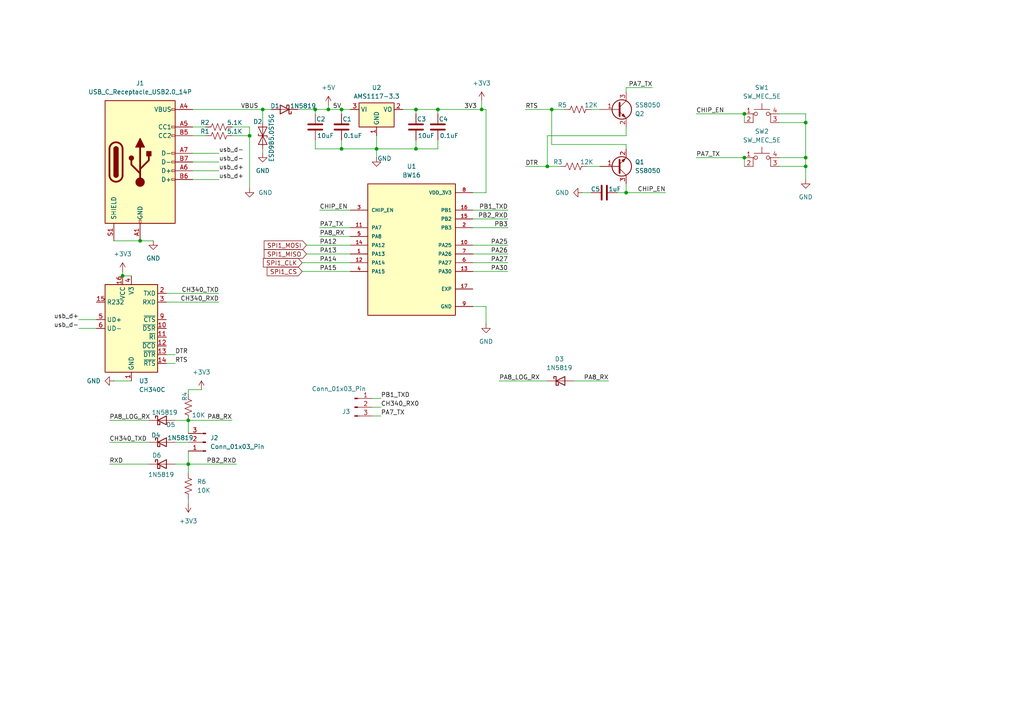
<source format=kicad_sch>
(kicad_sch (version 20231120) (generator "eeschema") (generator_version "8.0")
  (paper "A4")
  (lib_symbols
    (symbol "BW16:BW16" (pin_names (offset 1.016))
      (property "Reference" "U" (at -12.7 18.542 0))
      (property "Value" "BW16" (at -12.7 -22.86 0))
      (symbol "BW16_0_0"
        (rectangle (start -12.7 -20.32) (end 12.7 17.78) (stroke (width 0.254)) (fill (type background)))
        (pin bidirectional line (at -17.78 -2.54 0) (length 5.08) (name "PA13") (number "1"))
        (pin bidirectional line (at 17.78 0 180) (length 5.08) (name "PA25") (number "10"))
        (pin bidirectional line (at -17.78 5.08 0) (length 5.08) (name "PA7") (number "11"))
        (pin bidirectional line (at -17.78 -5.08 0) (length 5.08) (name "PA14") (number "12"))
        (pin bidirectional line (at 17.78 -7.62 180) (length 5.08) (name "PA30") (number "13"))
        (pin bidirectional line (at -17.78 0 0) (length 5.08) (name "PA12") (number "14"))
        (pin bidirectional line (at 17.78 7.62 180) (length 5.08) (name "PB2") (number "15"))
        (pin bidirectional line (at 17.78 10.16 180) (length 5.08) (name "PB1") (number "16"))
        (pin passive line (at 17.78 -12.7 180) (length 5.08) (name "EXP") (number "17"))
        (pin bidirectional line (at 17.78 5.08 180) (length 5.08) (name "PB3") (number "2"))
        (pin input line (at -17.78 10.16 0) (length 5.08) (name "CHIP_EN") (number "3"))
        (pin bidirectional line (at -17.78 -7.62 0) (length 5.08) (name "PA15") (number "4"))
        (pin bidirectional line (at -17.78 2.54 0) (length 5.08) (name "PA8") (number "5"))
        (pin bidirectional line (at 17.78 -5.08 180) (length 5.08) (name "PA27") (number "6"))
        (pin bidirectional line (at 17.78 -2.54 180) (length 5.08) (name "PA26") (number "7"))
        (pin power_in line (at 17.78 15.24 180) (length 5.08) (name "VDD_3V3") (number "8"))
        (pin power_in line (at 17.78 -17.78 180) (length 5.08) (name "GND") (number "9"))
      )
    )
    (symbol "Connector:Conn_01x03_Pin" (pin_names (offset 1.016) hide)
      (property "Reference" "J" (at 0 5.08 0))
      (property "Value" "Conn_01x03_Pin" (at 0 -5.08 0))
      (symbol "Conn_01x03_Pin_1_1"
        (polyline (pts (xy 1.27 -2.54) (xy 0.8636 -2.54)) (stroke (width 0.1524)))
        (polyline (pts (xy 1.27 0) (xy 0.8636 0)) (stroke (width 0.1524)))
        (polyline (pts (xy 1.27 2.54) (xy 0.8636 2.54)) (stroke (width 0.1524)))
        (rectangle (start 0.8636 -2.413) (end 0 -2.667) (stroke (width 0.1524)) (fill (type outline)))
        (rectangle (start 0.8636 0.127) (end 0 -0.127) (stroke (width 0.1524)) (fill (type outline)))
        (rectangle (start 0.8636 2.667) (end 0 2.413) (stroke (width 0.1524)) (fill (type outline)))
        (pin passive line (at 5.08 2.54 180) (length 3.81) (name "Pin_1") (number "1"))
        (pin passive line (at 5.08 0 180) (length 3.81) (name "Pin_2") (number "2"))
        (pin passive line (at 5.08 -2.54 180) (length 3.81) (name "Pin_3") (number "3"))
      )
    )
    (symbol "Connector:USB_C_Receptacle_USB2.0_14P" (pin_names (offset 1.016))
      (property "Reference" "J" (at 0 22.225 0))
      (property "Value" "USB_C_Receptacle_USB2.0_14P" (at 0 19.685 0))
      (symbol "USB_C_Receptacle_USB2.0_14P_0_0"
        (rectangle (start -0.254 -17.78) (end 0.254 -16.764))
        (rectangle (start 10.16 -4.826) (end 9.144 -5.334))
        (rectangle (start 10.16 -2.286) (end 9.144 -2.794))
        (rectangle (start 10.16 0.254) (end 9.144 -0.254))
        (rectangle (start 10.16 2.794) (end 9.144 2.286))
        (rectangle (start 10.16 7.874) (end 9.144 7.366))
        (rectangle (start 10.16 10.414) (end 9.144 9.906))
        (rectangle (start 10.16 15.494) (end 9.144 14.986))
      )
      (symbol "USB_C_Receptacle_USB2.0_14P_0_1"
        (rectangle (start -10.16 17.78) (end 10.16 -17.78) (stroke (width 0.254)) (fill (type background)))
        (arc (start -8.89 -3.81) (mid -6.985 -5.7067) (end -5.08 -3.81) (stroke (width 0.508)))
        (arc (start -7.62 -3.81) (mid -6.985 -4.4423) (end -6.35 -3.81) (stroke (width 0.254)))
        (arc (start -7.62 -3.81) (mid -6.985 -4.4423) (end -6.35 -3.81) (stroke (width 0.254)) (fill (type outline)))
        (rectangle (start -7.62 -3.81) (end -6.35 3.81) (stroke (width 0.254)) (fill (type outline)))
        (arc (start -6.35 3.81) (mid -6.985 4.4423) (end -7.62 3.81) (stroke (width 0.254)))
        (arc (start -6.35 3.81) (mid -6.985 4.4423) (end -7.62 3.81) (stroke (width 0.254)) (fill (type outline)))
        (arc (start -5.08 3.81) (mid -6.985 5.7067) (end -8.89 3.81) (stroke (width 0.508)))
        (circle (center -2.54 1.143) (radius 0.635) (stroke (width 0.254)) (fill (type outline)))
        (circle (center 0 -5.842) (radius 1.27) (fill (type outline)))
        (polyline (pts (xy -8.89 -3.81) (xy -8.89 3.81)) (stroke (width 0.508)))
        (polyline (pts (xy -5.08 3.81) (xy -5.08 -3.81)) (stroke (width 0.508)))
        (polyline (pts (xy 0 -5.842) (xy 0 4.318)) (stroke (width 0.508)))
        (polyline (pts (xy 0 -3.302) (xy -2.54 -0.762) (xy -2.54 0.508)) (stroke (width 0.508)))
        (polyline (pts (xy 0 -2.032) (xy 2.54 0.508) (xy 2.54 1.778)) (stroke (width 0.508)))
        (polyline (pts (xy -1.27 4.318) (xy 0 6.858) (xy 1.27 4.318) (xy -1.27 4.318)) (stroke (width 0.254)) (fill (type outline)))
        (rectangle (start 1.905 1.778) (end 3.175 3.048) (stroke (width 0.254)) (fill (type outline)))
      )
      (symbol "USB_C_Receptacle_USB2.0_14P_1_1"
        (pin passive line (at 0 -22.86 90) (length 5.08) (name "GND") (number "A1"))
        (pin passive line (at 0 -22.86 90) (length 5.08) hide (name "GND") (number "A12"))
        (pin passive line (at 15.24 15.24 180) (length 5.08) (name "VBUS") (number "A4"))
        (pin bidirectional line (at 15.24 10.16 180) (length 5.08) (name "CC1") (number "A5"))
        (pin bidirectional line (at 15.24 -2.54 180) (length 5.08) (name "D+") (number "A6"))
        (pin bidirectional line (at 15.24 2.54 180) (length 5.08) (name "D-") (number "A7"))
        (pin passive line (at 15.24 15.24 180) (length 5.08) hide (name "VBUS") (number "A9"))
        (pin passive line (at 0 -22.86 90) (length 5.08) hide (name "GND") (number "B1"))
        (pin passive line (at 0 -22.86 90) (length 5.08) hide (name "GND") (number "B12"))
        (pin passive line (at 15.24 15.24 180) (length 5.08) hide (name "VBUS") (number "B4"))
        (pin bidirectional line (at 15.24 7.62 180) (length 5.08) (name "CC2") (number "B5"))
        (pin bidirectional line (at 15.24 -5.08 180) (length 5.08) (name "D+") (number "B6"))
        (pin bidirectional line (at 15.24 0 180) (length 5.08) (name "D-") (number "B7"))
        (pin passive line (at 15.24 15.24 180) (length 5.08) hide (name "VBUS") (number "B9"))
        (pin passive line (at -7.62 -22.86 90) (length 5.08) (name "SHIELD") (number "S1"))
      )
    )
    (symbol "Device:C" (pin_numbers hide) (pin_names (offset 0.254))
      (property "Reference" "C" (at 0.635 2.54 0))
      (property "Value" "C" (at 0.635 -2.54 0))
      (symbol "C_0_1"
        (polyline (pts (xy -2.032 -0.762) (xy 2.032 -0.762)) (stroke (width 0.508)))
        (polyline (pts (xy -2.032 0.762) (xy 2.032 0.762)) (stroke (width 0.508)))
      )
      (symbol "C_1_1"
        (pin passive line (at 0 3.81 270) (length 2.794) (name "~") (number "1"))
        (pin passive line (at 0 -3.81 90) (length 2.794) (name "~") (number "2"))
      )
    )
    (symbol "Device:R_US" (pin_numbers hide) (pin_names (offset 0))
      (property "Reference" "R" (at 2.54 0 90))
      (property "Value" "R_US" (at -2.54 0 90))
      (symbol "R_US_0_1"
        (polyline (pts (xy 0 -2.286) (xy 0 -2.54)))
        (polyline (pts (xy 0 2.286) (xy 0 2.54)))
        (polyline (pts (xy 0 -0.762) (xy 1.016 -1.143) (xy 0 -1.524) (xy -1.016 -1.905) (xy 0 -2.286)))
        (polyline (pts (xy 0 0.762) (xy 1.016 0.381) (xy 0 0) (xy -1.016 -0.381) (xy 0 -0.762)))
        (polyline (pts (xy 0 2.286) (xy 1.016 1.905) (xy 0 1.524) (xy -1.016 1.143) (xy 0 0.762)))
      )
      (symbol "R_US_1_1"
        (pin passive line (at 0 3.81 270) (length 1.27) (name "~") (number "1"))
        (pin passive line (at 0 -3.81 90) (length 1.27) (name "~") (number "2"))
      )
    )
    (symbol "Diode:1N5819" (pin_numbers hide) (pin_names (offset 1.016) hide)
      (property "Reference" "D" (at 0 2.54 0))
      (property "Value" "1N5819" (at 0 -2.54 0))
      (symbol "1N5819_0_1"
        (polyline (pts (xy 1.27 0) (xy -1.27 0)))
        (polyline (pts (xy 1.27 1.27) (xy 1.27 -1.27) (xy -1.27 0) (xy 1.27 1.27)) (stroke (width 0.254)))
        (polyline (pts (xy -1.905 0.635) (xy -1.905 1.27) (xy -1.27 1.27) (xy -1.27 -1.27) (xy -0.635 -1.27) (xy -0.635 -0.635)) (stroke (width 0.254)))
      )
      (symbol "1N5819_1_1"
        (pin passive line (at -3.81 0 0) (length 2.54) (name "K") (number "1"))
        (pin passive line (at 3.81 0 180) (length 2.54) (name "A") (number "2"))
      )
    )
    (symbol "Diode:ESD9B5.0ST5G" (pin_numbers hide) (pin_names (offset 1.016) hide)
      (property "Reference" "D" (at 0 2.54 0))
      (property "Value" "ESD9B5.0ST5G" (at 0 -2.54 0))
      (symbol "ESD9B5.0ST5G_0_1"
        (polyline (pts (xy 1.27 0) (xy -1.27 0)))
        (polyline (pts (xy -2.54 -1.27) (xy 0 0) (xy -2.54 1.27) (xy -2.54 -1.27)) (stroke (width 0.2032)))
        (polyline (pts (xy 0.508 1.27) (xy 0 1.27) (xy 0 -1.27) (xy -0.508 -1.27)) (stroke (width 0.2032)))
        (polyline (pts (xy 2.54 1.27) (xy 2.54 -1.27) (xy 0 0) (xy 2.54 1.27)) (stroke (width 0.2032)))
      )
      (symbol "ESD9B5.0ST5G_1_1"
        (pin passive line (at -3.81 0 0) (length 2.54) (name "A1") (number "1"))
        (pin passive line (at 3.81 0 180) (length 2.54) (name "A2") (number "2"))
      )
    )
    (symbol "Interface_USB:CH340C"
      (property "Reference" "U" (at -5.08 13.97 0))
      (property "Value" "CH340C" (at 1.27 13.97 0))
      (symbol "CH340C_0_1"
        (rectangle (start -7.62 12.7) (end 7.62 -12.7) (stroke (width 0.254)) (fill (type background)))
      )
      (symbol "CH340C_1_1"
        (pin power_in line (at 0 -15.24 90) (length 2.54) (name "GND") (number "1"))
        (pin input line (at 10.16 0 180) (length 2.54) (name "~{DSR}") (number "10"))
        (pin input line (at 10.16 -2.54 180) (length 2.54) (name "~{RI}") (number "11"))
        (pin input line (at 10.16 -5.08 180) (length 2.54) (name "~{DCD}") (number "12"))
        (pin output line (at 10.16 -7.62 180) (length 2.54) (name "~{DTR}") (number "13"))
        (pin output line (at 10.16 -10.16 180) (length 2.54) (name "~{RTS}") (number "14"))
        (pin input line (at -10.16 7.62 0) (length 2.54) (name "R232") (number "15"))
        (pin power_in line (at -2.54 15.24 270) (length 2.54) (name "VCC") (number "16"))
        (pin output line (at 10.16 10.16 180) (length 2.54) (name "TXD") (number "2"))
        (pin input line (at 10.16 7.62 180) (length 2.54) (name "RXD") (number "3"))
        (pin power_out line (at 0 15.24 270) (length 2.54) (name "V3") (number "4"))
        (pin bidirectional line (at -10.16 2.54 0) (length 2.54) (name "UD+") (number "5"))
        (pin bidirectional line (at -10.16 0 0) (length 2.54) (name "UD-") (number "6"))
        (pin no_connect line (at -7.62 -5.08 0) (length 2.54) hide (name "NC") (number "7"))
        (pin no_connect line (at -7.62 -7.62 0) (length 2.54) hide (name "NC") (number "8"))
        (pin input line (at 10.16 2.54 180) (length 2.54) (name "~{CTS}") (number "9"))
      )
    )
    (symbol "Regulator_Linear:AMS1117-3.3"
      (property "Reference" "U" (at -3.81 3.175 0))
      (property "Value" "AMS1117-3.3" (at 0 3.175 0))
      (symbol "AMS1117-3.3_0_1"
        (rectangle (start -5.08 -5.08) (end 5.08 1.905) (stroke (width 0.254)) (fill (type background)))
      )
      (symbol "AMS1117-3.3_1_1"
        (pin power_in line (at 0 -7.62 90) (length 2.54) (name "GND") (number "1"))
        (pin power_out line (at 7.62 0 180) (length 2.54) (name "VO") (number "2"))
        (pin power_in line (at -7.62 0 0) (length 2.54) (name "VI") (number "3"))
      )
    )
    (symbol "Switch:SW_MEC_5E" (pin_names (offset 1.016) hide)
      (property "Reference" "SW" (at 0.635 5.715 0))
      (property "Value" "SW_MEC_5E" (at 0 -3.175 0))
      (symbol "SW_MEC_5E_0_1"
        (circle (center -1.778 2.54) (radius 0.508))
        (polyline (pts (xy -2.286 3.81) (xy 2.286 3.81)))
        (polyline (pts (xy 0 3.81) (xy 0 5.588)))
        (polyline (pts (xy -2.54 0) (xy -2.54 2.54) (xy -2.286 2.54)))
        (polyline (pts (xy 2.54 0) (xy 2.54 2.54) (xy 2.286 2.54)))
        (circle (center 1.778 2.54) (radius 0.508))
        (pin passive line (at -5.08 2.54 0) (length 2.54) (name "1") (number "1"))
        (pin passive line (at -5.08 0 0) (length 2.54) (name "2") (number "2"))
        (pin passive line (at 5.08 0 180) (length 2.54) (name "K") (number "3"))
        (pin passive line (at 5.08 2.54 180) (length 2.54) (name "A") (number "4"))
      )
    )
    (symbol "Transistor_BJT:SS8050" (pin_names (offset 0) hide)
      (property "Reference" "Q" (at 5.08 1.905 0))
      (property "Value" "SS8050" (at 5.08 0 0))
      (symbol "SS8050_0_1"
        (polyline (pts (xy 0.635 0.635) (xy 2.54 2.54)))
        (polyline (pts (xy 0.635 -0.635) (xy 2.54 -2.54) (xy 2.54 -2.54)))
        (polyline (pts (xy 0.635 1.905) (xy 0.635 -1.905) (xy 0.635 -1.905)) (stroke (width 0.508)))
        (polyline (pts (xy 1.27 -1.778) (xy 1.778 -1.27) (xy 2.286 -2.286) (xy 1.27 -1.778) (xy 1.27 -1.778)) (fill (type outline)))
        (circle (center 1.27 0) (radius 2.8194) (stroke (width 0.254)))
      )
      (symbol "SS8050_1_1"
        (pin input line (at -5.08 0 0) (length 5.715) (name "B") (number "1"))
        (pin passive line (at 2.54 -5.08 90) (length 2.54) (name "E") (number "2"))
        (pin passive line (at 2.54 5.08 270) (length 2.54) (name "C") (number "3"))
      )
    )
    (symbol "power:+3V3" (power) (pin_numbers hide) (pin_names (offset 0) hide)
      (property "Value" "+3V3" (at 0 3.556 0))
      (symbol "+3V3_0_1"
        (polyline (pts (xy -0.762 1.27) (xy 0 2.54)))
        (polyline (pts (xy 0 0) (xy 0 2.54)))
        (polyline (pts (xy 0 2.54) (xy 0.762 1.27)))
      )
      (symbol "+3V3_1_1"
        (pin power_in line (at 0 0 90) (length 0) (name "~") (number "1"))
      )
    )
    (symbol "power:+5V" (power) (pin_numbers hide) (pin_names (offset 0) hide)
      (property "Value" "+5V" (at 0 3.556 0))
      (symbol "+5V_0_1"
        (polyline (pts (xy -0.762 1.27) (xy 0 2.54)))
        (polyline (pts (xy 0 0) (xy 0 2.54)))
        (polyline (pts (xy 0 2.54) (xy 0.762 1.27)))
      )
      (symbol "+5V_1_1"
        (pin power_in line (at 0 0 90) (length 0) (name "~") (number "1"))
      )
    )
    (symbol "power:GND" (power) (pin_numbers hide) (pin_names (offset 0) hide)
      (property "Value" "GND" (at 0 -3.81 0))
      (symbol "GND_0_1"
        (polyline (pts (xy 0 0) (xy 0 -1.27) (xy 1.27 -1.27) (xy 0 -2.54) (xy -1.27 -1.27) (xy 0 -1.27)))
      )
      (symbol "GND_1_1"
        (pin power_in line (at 0 0 270) (length 0) (name "~") (number "1"))
      )
    )
  )
  (junction (at 120.65 43.18))
  (junction (at 233.68 45.72))
  (junction (at 95.25 31.75))
  (junction (at 99.06 43.18))
  (junction (at 120.65 31.75))
  (junction (at 72.39 39.37))
  (junction (at 181.61 55.88))
  (junction (at 35.56 80.01))
  (junction (at 54.61 134.62))
  (junction (at 139.7 31.75))
  (junction (at 76.2 31.75))
  (junction (at 109.22 43.18))
  (junction (at 91.44 31.75))
  (junction (at 233.68 48.26))
  (junction (at 215.9 33.02))
  (junction (at 54.61 121.92))
  (junction (at 233.68 35.56))
  (junction (at 158.75 48.26))
  (junction (at 40.64 69.85))
  (junction (at 160.02 31.75))
  (junction (at 99.06 31.75))
  (junction (at 215.9 45.72))
  (junction (at 127 31.75))
  (wire (pts (xy 48.26 85.09) (xy 63.5 85.09)))
  (wire (pts (xy 54.61 121.92) (xy 67.31 121.92)))
  (wire (pts (xy 181.61 55.88) (xy 193.04 55.88)))
  (wire (pts (xy 54.61 134.62) (xy 54.61 137.16)))
  (wire (pts (xy 50.8 134.62) (xy 54.61 134.62)))
  (wire (pts (xy 137.16 66.04) (xy 147.32 66.04)))
  (wire (pts (xy 226.06 33.02) (xy 233.68 33.02)))
  (wire (pts (xy 50.8 128.27) (xy 54.61 128.27)))
  (wire (pts (xy 137.16 76.2) (xy 147.32 76.2)))
  (wire (pts (xy 158.75 39.37) (xy 158.75 48.26)))
  (wire (pts (xy 48.26 87.63) (xy 63.5 87.63)))
  (wire (pts (xy 54.61 121.92) (xy 54.61 125.73)))
  (wire (pts (xy 137.16 88.9) (xy 140.97 88.9)))
  (wire (pts (xy 140.97 88.9) (xy 140.97 93.98)))
  (wire (pts (xy 54.61 113.03) (xy 54.61 114.3)))
  (wire (pts (xy 137.16 71.12) (xy 147.32 71.12)))
  (wire (pts (xy 181.61 41.91) (xy 160.02 41.91)))
  (wire (pts (xy 99.06 40.64) (xy 99.06 43.18)))
  (wire (pts (xy 201.93 33.02) (xy 215.9 33.02)))
  (wire (pts (xy 91.44 43.18) (xy 99.06 43.18)))
  (wire (pts (xy 91.44 31.75) (xy 91.44 33.02)))
  (wire (pts (xy 189.23 25.4) (xy 181.61 25.4)))
  (wire (pts (xy 99.06 31.75) (xy 101.6 31.75)))
  (wire (pts (xy 120.65 31.75) (xy 120.65 33.02)))
  (wire (pts (xy 109.22 39.37) (xy 109.22 43.18)))
  (wire (pts (xy 95.25 31.75) (xy 99.06 31.75)))
  (wire (pts (xy 109.22 43.18) (xy 109.22 45.72)))
  (wire (pts (xy 120.65 31.75) (xy 127 31.75)))
  (wire (pts (xy 40.64 69.85) (xy 44.45 69.85)))
  (wire (pts (xy 55.88 46.99) (xy 63.5 46.99)))
  (wire (pts (xy 179.07 55.88) (xy 181.61 55.88)))
  (wire (pts (xy 88.9 71.12) (xy 101.6 71.12)))
  (wire (pts (xy 144.78 110.49) (xy 158.75 110.49)))
  (wire (pts (xy 215.9 35.56) (xy 215.9 33.02)))
  (wire (pts (xy 54.61 144.78) (xy 54.61 146.05)))
  (wire (pts (xy 226.06 45.72) (xy 233.68 45.72)))
  (wire (pts (xy 152.4 31.75) (xy 160.02 31.75)))
  (wire (pts (xy 55.88 31.75) (xy 76.2 31.75)))
  (wire (pts (xy 116.84 31.75) (xy 120.65 31.75)))
  (wire (pts (xy 201.93 45.72) (xy 215.9 45.72)))
  (wire (pts (xy 137.16 60.96) (xy 147.32 60.96)))
  (wire (pts (xy 87.63 78.74) (xy 101.6 78.74)))
  (wire (pts (xy 99.06 43.18) (xy 109.22 43.18)))
  (wire (pts (xy 55.88 44.45) (xy 63.5 44.45)))
  (wire (pts (xy 158.75 48.26) (xy 162.56 48.26)))
  (wire (pts (xy 91.44 31.75) (xy 95.25 31.75)))
  (wire (pts (xy 120.65 40.64) (xy 120.65 43.18)))
  (wire (pts (xy 58.42 113.03) (xy 54.61 113.03)))
  (wire (pts (xy 92.71 60.96) (xy 101.6 60.96)))
  (wire (pts (xy 233.68 48.26) (xy 233.68 52.07)))
  (wire (pts (xy 166.37 110.49) (xy 176.53 110.49)))
  (wire (pts (xy 127 31.75) (xy 139.7 31.75)))
  (wire (pts (xy 139.7 31.75) (xy 140.97 31.75)))
  (wire (pts (xy 55.88 36.83) (xy 59.69 36.83)))
  (wire (pts (xy 87.63 76.2) (xy 101.6 76.2)))
  (wire (pts (xy 50.8 121.92) (xy 54.61 121.92)))
  (wire (pts (xy 233.68 45.72) (xy 233.68 48.26)))
  (wire (pts (xy 92.71 66.04) (xy 101.6 66.04)))
  (wire (pts (xy 22.86 92.71) (xy 27.94 92.71)))
  (wire (pts (xy 233.68 35.56) (xy 233.68 45.72)))
  (wire (pts (xy 233.68 35.56) (xy 226.06 35.56)))
  (wire (pts (xy 88.9 73.66) (xy 101.6 73.66)))
  (wire (pts (xy 233.68 33.02) (xy 233.68 35.56)))
  (wire (pts (xy 91.44 40.64) (xy 91.44 43.18)))
  (wire (pts (xy 48.26 105.41) (xy 50.8 105.41)))
  (wire (pts (xy 92.71 68.58) (xy 101.6 68.58)))
  (wire (pts (xy 54.61 130.81) (xy 54.61 134.62)))
  (wire (pts (xy 67.31 36.83) (xy 72.39 36.83)))
  (wire (pts (xy 55.88 49.53) (xy 63.5 49.53)))
  (wire (pts (xy 35.56 78.74) (xy 35.56 80.01)))
  (wire (pts (xy 181.61 36.83) (xy 181.61 39.37)))
  (wire (pts (xy 48.26 102.87) (xy 50.8 102.87)))
  (wire (pts (xy 160.02 31.75) (xy 163.83 31.75)))
  (wire (pts (xy 33.02 69.85) (xy 40.64 69.85)))
  (wire (pts (xy 139.7 29.21) (xy 139.7 31.75)))
  (wire (pts (xy 31.75 128.27) (xy 43.18 128.27)))
  (wire (pts (xy 152.4 48.26) (xy 158.75 48.26)))
  (wire (pts (xy 35.56 80.01) (xy 38.1 80.01)))
  (wire (pts (xy 22.86 95.25) (xy 27.94 95.25)))
  (wire (pts (xy 31.75 134.62) (xy 43.18 134.62)))
  (wire (pts (xy 181.61 39.37) (xy 158.75 39.37)))
  (wire (pts (xy 72.39 39.37) (xy 72.39 36.83)))
  (wire (pts (xy 110.49 115.57) (xy 107.95 115.57)))
  (wire (pts (xy 31.75 121.92) (xy 43.18 121.92)))
  (wire (pts (xy 99.06 33.02) (xy 99.06 31.75)))
  (wire (pts (xy 76.2 43.18) (xy 76.2 44.45)))
  (wire (pts (xy 140.97 55.88) (xy 137.16 55.88)))
  (wire (pts (xy 95.25 30.48) (xy 95.25 31.75)))
  (wire (pts (xy 140.97 31.75) (xy 140.97 55.88)))
  (wire (pts (xy 168.91 55.88) (xy 171.45 55.88)))
  (wire (pts (xy 109.22 43.18) (xy 120.65 43.18)))
  (wire (pts (xy 33.02 110.49) (xy 38.1 110.49)))
  (wire (pts (xy 54.61 134.62) (xy 68.58 134.62)))
  (wire (pts (xy 72.39 54.61) (xy 72.39 39.37)))
  (wire (pts (xy 67.31 39.37) (xy 72.39 39.37)))
  (wire (pts (xy 181.61 43.18) (xy 181.61 41.91)))
  (wire (pts (xy 120.65 43.18) (xy 127 43.18)))
  (wire (pts (xy 181.61 53.34) (xy 181.61 55.88)))
  (wire (pts (xy 55.88 39.37) (xy 59.69 39.37)))
  (wire (pts (xy 160.02 41.91) (xy 160.02 31.75)))
  (wire (pts (xy 215.9 45.72) (xy 215.9 48.26)))
  (wire (pts (xy 170.18 48.26) (xy 173.99 48.26)))
  (wire (pts (xy 110.49 120.65) (xy 107.95 120.65)))
  (wire (pts (xy 127 40.64) (xy 127 43.18)))
  (wire (pts (xy 181.61 25.4) (xy 181.61 26.67)))
  (wire (pts (xy 55.88 52.07) (xy 63.5 52.07)))
  (wire (pts (xy 127 31.75) (xy 127 33.02)))
  (wire (pts (xy 137.16 63.5) (xy 147.32 63.5)))
  (wire (pts (xy 86.36 31.75) (xy 91.44 31.75)))
  (wire (pts (xy 171.45 31.75) (xy 173.99 31.75)))
  (wire (pts (xy 137.16 78.74) (xy 147.32 78.74)))
  (wire (pts (xy 76.2 31.75) (xy 78.74 31.75)))
  (wire (pts (xy 233.68 48.26) (xy 226.06 48.26)))
  (wire (pts (xy 110.49 118.11) (xy 107.95 118.11)))
  (wire (pts (xy 137.16 73.66) (xy 147.32 73.66)))
  (wire (pts (xy 76.2 35.56) (xy 76.2 31.75)))
  (label "PB2_RXD" (at 147.32 63.5 180))
  (label "CHIP_EN" (at 201.93 33.02 0))
  (label "PA8_RX" (at 92.71 68.58 0))
  (label "PA27" (at 147.32 76.2 180))
  (label "PA13" (at 92.71 73.66 0))
  (label "RTS" (at 152.4 31.75 0))
  (label "PA25" (at 147.32 71.12 180))
  (label "CH340_RXD" (at 63.5 87.63 180))
  (label "usb_d-" (at 63.5 46.99 0))
  (label "PA8_LOG_RX" (at 144.78 110.49 0))
  (label "PA26" (at 147.32 73.66 180))
  (label "usb_d-" (at 63.5 44.45 0))
  (label "CH340_TXD" (at 63.5 85.09 180))
  (label "5V" (at 96.52 31.75 0))
  (label "PA12" (at 92.71 71.12 0))
  (label "PA14" (at 92.71 76.2 0))
  (label "PA8_RX" (at 67.31 121.92 180))
  (label "PB3" (at 147.32 66.04 180))
  (label "DTR" (at 50.8 102.87 0))
  (label "usb_d+" (at 63.5 49.53 0))
  (label "PB2_RXD" (at 68.58 134.62 180))
  (label "PA30" (at 147.32 78.74 180))
  (label "RTS" (at 50.8 105.41 0))
  (label "PB1_TXD" (at 147.32 60.96 180))
  (label "CH340_RX0" (at 110.49 118.11 0))
  (label "RXD" (at 31.75 134.62 0))
  (label "PB1_TXD" (at 110.49 115.57 0))
  (label "3V3" (at 134.62 31.75 0))
  (label "CHIP_EN" (at 193.04 55.88 180))
  (label "PA7_TX" (at 189.23 25.4 180))
  (label "CH340_TXD" (at 31.75 128.27 0))
  (label "PA7_TX" (at 110.49 120.65 0))
  (label "PA15" (at 92.71 78.74 0))
  (label "PA7_TX" (at 92.71 66.04 0))
  (label "PA8_LOG_RX" (at 31.75 121.92 0))
  (label "usb_d-" (at 22.86 95.25 180))
  (label "VBUS" (at 69.85 31.75 0))
  (label "CHIP_EN" (at 92.71 60.96 0))
  (label "PA8_RX" (at 176.53 110.49 180))
  (label "PA7_TX" (at 201.93 45.72 0))
  (label "DTR" (at 152.4 48.26 0))
  (label "usb_d+" (at 22.86 92.71 180))
  (label "usb_d+" (at 63.5 52.07 0))
  (global_label "SPI1_CS" (shape input) (at 87.63 78.74 180) (property "Intersheetrefs" "${INTERSHEET_REFS}" (effects (hide yes))))
  (global_label "SPI1_MISO" (shape input) (at 88.9 73.66 180) (property "Intersheetrefs" "${INTERSHEET_REFS}" (effects (hide yes))))
  (global_label "SPI1_CLK" (shape input) (at 87.63 76.2 180) (property "Intersheetrefs" "${INTERSHEET_REFS}" (effects (hide yes))))
  (global_label "SPI1_MOSI" (shape input) (at 88.9 71.12 180) (property "Intersheetrefs" "${INTERSHEET_REFS}" (effects (hide yes))))
  (symbol (lib_id "Device:R_US") (at 167.64 31.75 90) (unit 1)
    (property "Reference" "R5" (at 163.068 30.48 90))
    (property "Value" "12K" (at 171.45 30.48 90))
    (property "Description" "Resistor, US symbol" (effects (hide yes)))
  )
  (symbol (lib_id "power:GND") (at 76.2 44.45 0) (unit 1)
    (property "Reference" "#PWR04" (effects (hide yes)))
    (property "Value" "GND" (at 76.2 49.53 0))
    (property "Description" "Power symbol creates a global label with name \"GND\" , ground" (effects (hide yes)))
  )
  (symbol (lib_id "power:GND") (at 33.02 110.49 270) (unit 1)
    (property "Reference" "#PWR06" (effects (hide yes)))
    (property "Value" "GND" (at 29.21 110.4899 90) (effects (justify right)))
    (property "Description" "Power symbol creates a global label with name \"GND\" , ground" (effects (hide yes)))
  )
  (symbol (lib_id "Diode:1N5819") (at 46.99 128.27 0) (unit 1)
    (property "Reference" "D4" (at 45.212 126.238 0))
    (property "Value" "1N5819" (at 52.324 127 0))
    (property "Footprint" "Diode_THT:D_DO-41_SOD81_P10.16mm_Horizontal" (effects (hide yes)))
    (property "Datasheet" "http://www.vishay.com/docs/88525/1n5817.pdf" (effects (hide yes)))
    (property "Description" "40V 1A Schottky Barrier Rectifier Diode, DO-41" (effects (hide yes)))
  )
  (symbol (lib_id "Device:C") (at 127 36.83 0) (unit 1)
    (property "Reference" "C4" (at 127.254 34.544 0) (effects (justify left)))
    (property "Value" "0.1uF" (at 127.508 39.37 0) (effects (justify left)))
    (property "Description" "Unpolarized capacitor" (effects (hide yes)))
  )
  (symbol (lib_id "Switch:SW_MEC_5E") (at 220.98 35.56 0) (unit 1)
    (property "Reference" "SW1" (at 220.98 25.4 0))
    (property "Value" "SW_MEC_5E" (at 220.98 27.94 0))
    (property "Datasheet" "http://www.apem.com/int/index.php?controller=attachment&id_attachment=1371" (effects (hide yes)))
    (property "Description" "MEC 5E single pole normally-open tactile switch" (effects (hide yes)))
  )
  (symbol (lib_id "Device:R_US") (at 54.61 118.11 0) (unit 1)
    (property "Reference" "R4" (at 53.594 116.332 90) (effects (justify left)))
    (property "Value" "10K" (at 55.626 120.396 0) (effects (justify left)))
    (property "Description" "Resistor, US symbol" (effects (hide yes)))
  )
  (symbol (lib_id "power:+3V3") (at 58.42 113.03 0) (unit 1)
    (property "Reference" "#PWR010" (effects (hide yes)))
    (property "Value" "+3V3" (at 58.42 107.95 0))
    (property "Description" "Power symbol creates a global label with name \"+3V3\"" (effects (hide yes)))
  )
  (symbol (lib_id "Device:C") (at 91.44 36.83 0) (unit 1)
    (property "Reference" "C2" (at 91.694 34.544 0) (effects (justify left)))
    (property "Value" "10uF" (at 91.948 39.37 0) (effects (justify left)))
    (property "Description" "Unpolarized capacitor" (effects (hide yes)))
  )
  (symbol (lib_id "Connector:Conn_01x03_Pin") (at 59.69 128.27 180) (unit 1)
    (property "Reference" "J2" (at 60.96 126.9999 0) (effects (justify right)))
    (property "Value" "Conn_01x03_Pin" (at 60.96 129.5399 0) (effects (justify right)))
    (property "Description" "Generic connector, single row, 01x03, script generated" (effects (hide yes)))
  )
  (symbol (lib_id "Connector:Conn_01x03_Pin") (at 102.87 118.11 0) (unit 1)
    (property "Reference" "J3" (at 101.6 119.3801 0) (effects (justify right)))
    (property "Value" "Conn_01x03_Pin" (at 106.172 112.776 0) (effects (justify right)))
    (property "Description" "Generic connector, single row, 01x03, script generated" (effects (hide yes)))
  )
  (symbol (lib_id "Device:C") (at 175.26 55.88 270) (unit 1)
    (property "Reference" "C5" (at 172.72 54.864 90))
    (property "Value" "1uF" (at 178.308 54.864 90))
    (property "Description" "Unpolarized capacitor" (effects (hide yes)))
  )
  (symbol (lib_id "Diode:1N5819") (at 82.55 31.75 180) (unit 1)
    (property "Reference" "D1" (at 79.756 30.734 0))
    (property "Value" "1N5819" (at 87.884 30.734 0))
    (property "Footprint" "Diode_THT:D_DO-41_SOD81_P10.16mm_Horizontal" (effects (hide yes)))
    (property "Datasheet" "http://www.vishay.com/docs/88525/1n5817.pdf" (effects (hide yes)))
    (property "Description" "40V 1A Schottky Barrier Rectifier Diode, DO-41" (effects (hide yes)))
  )
  (symbol (lib_id "Regulator_Linear:AMS1117-3.3") (at 109.22 31.75 0) (unit 1)
    (property "Reference" "U2" (at 109.22 25.4 0))
    (property "Value" "AMS1117-3.3" (at 109.22 27.94 0))
    (property "Footprint" "Package_TO_SOT_SMD:SOT-223-3_TabPin2" (effects (hide yes)))
    (property "Datasheet" "http://www.advanced-monolithic.com/pdf/ds1117.pdf" (effects (hide yes)))
    (property "Description" "1A Low Dropout regulator, positive, 3.3V fixed output, SOT-223" (effects (hide yes)))
  )
  (symbol (lib_id "power:+3V3") (at 139.7 29.21 0) (unit 1)
    (property "Reference" "#PWR08" (effects (hide yes)))
    (property "Value" "+3V3" (at 139.7 24.13 0))
    (property "Description" "Power symbol creates a global label with name \"+3V3\"" (effects (hide yes)))
  )
  (symbol (lib_id "Diode:1N5819") (at 46.99 121.92 0) (unit 1)
    (property "Reference" "D5" (at 49.53 123.19 0))
    (property "Value" "1N5819" (at 47.752 119.634 0))
    (property "Footprint" "Diode_THT:D_DO-41_SOD81_P10.16mm_Horizontal" (effects (hide yes)))
    (property "Datasheet" "http://www.vishay.com/docs/88525/1n5817.pdf" (effects (hide yes)))
    (property "Description" "40V 1A Schottky Barrier Rectifier Diode, DO-41" (effects (hide yes)))
  )
  (symbol (lib_id "Interface_USB:CH340C") (at 38.1 95.25 0) (unit 1)
    (property "Reference" "U3" (at 40.2941 110.49 0) (effects (justify left)))
    (property "Value" "CH340C" (at 40.2941 113.03 0) (effects (justify left)))
    (property "Footprint" "Package_SO:SOIC-16_3.9x9.9mm_P1.27mm" (effects (hide yes)))
    (property "Datasheet" "https://datasheet.lcsc.com/szlcsc/Jiangsu-Qin-Heng-CH340C_C84681.pdf" (effects (hide yes)))
    (property "Description" "USB serial converter, crystal-less, UART, SOIC-16" (effects (hide yes)))
  )
  (symbol (lib_id "Device:R_US") (at 63.5 36.83 90) (unit 1)
    (property "Reference" "R2" (at 59.436 35.56 90))
    (property "Value" "5.1K" (at 68.072 35.56 90))
    (property "Description" "Resistor, US symbol" (effects (hide yes)))
  )
  (symbol (lib_id "power:GND") (at 233.68 52.07 0) (unit 1)
    (property "Reference" "#PWR014" (effects (hide yes)))
    (property "Value" "GND" (at 233.68 57.15 0))
    (property "Description" "Power symbol creates a global label with name \"GND\" , ground" (effects (hide yes)))
  )
  (symbol (lib_id "power:GND") (at 168.91 55.88 270) (unit 1)
    (property "Reference" "#PWR012" (effects (hide yes)))
    (property "Value" "GND" (at 165.1 55.8799 90) (effects (justify right)))
    (property "Description" "Power symbol creates a global label with name \"GND\" , ground" (effects (hide yes)))
  )
  (symbol (lib_id "power:GND") (at 44.45 69.85 0) (unit 1)
    (property "Reference" "#PWR05" (effects (hide yes)))
    (property "Value" "GND" (at 44.45 74.93 0))
    (property "Description" "Power symbol creates a global label with name \"GND\" , ground" (effects (hide yes)))
  )
  (symbol (lib_id "Device:R_US") (at 166.37 48.26 90) (unit 1)
    (property "Reference" "R3" (at 161.798 46.99 90))
    (property "Value" "12K" (at 170.18 46.99 90))
    (property "Description" "Resistor, US symbol" (effects (hide yes)))
  )
  (symbol (lib_id "Device:R_US") (at 63.5 39.37 90) (unit 1)
    (property "Reference" "R1" (at 59.436 38.1 90))
    (property "Value" "5.1K" (at 68.072 38.1 90))
    (property "Description" "Resistor, US symbol" (effects (hide yes)))
  )
  (symbol (lib_id "Diode:1N5819") (at 162.56 110.49 0) (unit 1)
    (property "Reference" "D3" (at 162.2425 104.14 0))
    (property "Value" "1N5819" (at 162.2425 106.68 0))
    (property "Footprint" "Diode_THT:D_DO-41_SOD81_P10.16mm_Horizontal" (effects (hide yes)))
    (property "Datasheet" "http://www.vishay.com/docs/88525/1n5817.pdf" (effects (hide yes)))
    (property "Description" "40V 1A Schottky Barrier Rectifier Diode, DO-41" (effects (hide yes)))
  )
  (symbol (lib_id "Diode:1N5819") (at 46.99 134.62 0) (unit 1)
    (property "Reference" "D6" (at 45.466 132.08 0))
    (property "Value" "1N5819" (at 46.736 137.668 0))
    (property "Footprint" "Diode_THT:D_DO-41_SOD81_P10.16mm_Horizontal" (effects (hide yes)))
    (property "Datasheet" "http://www.vishay.com/docs/88525/1n5817.pdf" (effects (hide yes)))
    (property "Description" "40V 1A Schottky Barrier Rectifier Diode, DO-41" (effects (hide yes)))
  )
  (symbol (lib_id "Device:C") (at 120.65 36.83 0) (unit 1)
    (property "Reference" "C3" (at 120.904 34.544 0) (effects (justify left)))
    (property "Value" "10uF" (at 121.158 39.37 0) (effects (justify left)))
    (property "Description" "Unpolarized capacitor" (effects (hide yes)))
  )
  (symbol (lib_id "power:+3V3") (at 35.56 78.74 0) (unit 1)
    (property "Reference" "#PWR09" (effects (hide yes)))
    (property "Value" "+3V3" (at 35.56 73.66 0))
    (property "Description" "Power symbol creates a global label with name \"+3V3\"" (effects (hide yes)))
  )
  (symbol (lib_id "power:GND") (at 72.39 54.61 0) (unit 1)
    (property "Reference" "#PWR03" (effects (hide yes)))
    (property "Value" "GND" (at 74.93 55.8799 0) (effects (justify left)))
    (property "Description" "Power symbol creates a global label with name \"GND\" , ground" (effects (hide yes)))
  )
  (symbol (lib_id "Transistor_BJT:SS8050") (at 179.07 31.75 0) (unit 1)
    (property "Reference" "Q2" (at 184.15 33.0201 0) (effects (justify left)))
    (property "Value" "SS8050" (at 184.15 30.4801 0) (effects (justify left)))
    (property "Footprint" "Package_TO_SOT_SMD:SOT-23" (effects (hide yes)))
    (property "Datasheet" "http://www.secosgmbh.com/datasheet/products/SSMPTransistor/SOT-23/SS8050.pdf" (effects (hide yes)))
    (property "Description" "General Purpose NPN Transistor, 1.5A Ic, 25V Vce, SOT-23" (effects (hide yes)))
  )
  (symbol (lib_id "Device:R_US") (at 54.61 140.97 0) (unit 1)
    (property "Reference" "R6" (at 57.15 139.6999 0) (effects (justify left)))
    (property "Value" "10K" (at 57.15 142.2399 0) (effects (justify left)))
    (property "Description" "Resistor, US symbol" (effects (hide yes)))
  )
  (symbol (lib_id "Connector:USB_C_Receptacle_USB2.0_14P") (at 40.64 46.99 0) (unit 1)
    (property "Reference" "J1" (at 40.64 24.13 0))
    (property "Value" "USB_C_Receptacle_USB2.0_14P" (at 40.64 26.67 0))
    (property "Datasheet" "https://www.usb.org/sites/default/files/documents/usb_type-c.zip" (effects (hide yes)))
    (property "Description" "USB 2.0-only 14P Type-C Receptacle connector" (effects (hide yes)))
  )
  (symbol (lib_id "power:GND") (at 140.97 93.98 0) (unit 1)
    (property "Reference" "#PWR01" (effects (hide yes)))
    (property "Value" "GND" (at 140.97 99.06 0))
    (property "Description" "Power symbol creates a global label with name \"GND\" , ground" (effects (hide yes)))
  )
  (symbol (lib_id "Diode:ESD9B5.0ST5G") (at 76.2 39.37 270) (unit 1)
    (property "Reference" "D2" (at 73.406 35.306 90) (effects (justify left)))
    (property "Value" "ESD9B5.0ST5G" (at 78.74 33.02 0) (effects (justify left)))
    (property "Footprint" "Diode_SMD:D_SOD-923" (effects (hide yes)))
    (property "Datasheet" "https://www.onsemi.com/pub/Collateral/ESD9B-D.PDF" (effects (hide yes)))
    (property "Description" "ESD protection diode, 5.0Vrwm, SOD-923" (effects (hide yes)))
  )
  (symbol (lib_id "Transistor_BJT:SS8050") (at 179.07 48.26 0) (mirror x) (unit 1)
    (property "Reference" "Q1" (at 184.15 46.9899 0) (effects (justify left)))
    (property "Value" "SS8050" (at 184.15 49.5299 0) (effects (justify left)))
    (property "Footprint" "Package_TO_SOT_SMD:SOT-23" (effects (hide yes)))
    (property "Datasheet" "http://www.secosgmbh.com/datasheet/products/SSMPTransistor/SOT-23/SS8050.pdf" (effects (hide yes)))
    (property "Description" "General Purpose NPN Transistor, 1.5A Ic, 25V Vce, SOT-23" (effects (hide yes)))
  )
  (symbol (lib_id "Switch:SW_MEC_5E") (at 220.98 48.26 0) (unit 1)
    (property "Reference" "SW2" (at 220.98 38.1 0))
    (property "Value" "SW_MEC_5E" (at 220.98 40.64 0))
    (property "Datasheet" "http://www.apem.com/int/index.php?controller=attachment&id_attachment=1371" (effects (hide yes)))
    (property "Description" "MEC 5E single pole normally-open tactile switch" (effects (hide yes)))
  )
  (symbol (lib_id "power:+3V3") (at 54.61 146.05 180) (unit 1)
    (property "Reference" "#PWR011" (effects (hide yes)))
    (property "Value" "+3V3" (at 54.61 151.13 0))
    (property "Description" "Power symbol creates a global label with name \"+3V3\"" (effects (hide yes)))
  )
  (symbol (lib_id "Device:C") (at 99.06 36.83 0) (unit 1)
    (property "Reference" "C1" (at 99.314 34.544 0) (effects (justify left)))
    (property "Value" "0.1uF" (at 99.568 39.37 0) (effects (justify left)))
    (property "Description" "Unpolarized capacitor" (effects (hide yes)))
  )
  (symbol (lib_id "BW16:BW16") (at 119.38 71.12 0) (unit 1)
    (property "Reference" "U1" (at 119.38 48.26 0))
    (property "Value" "BW16" (at 119.38 50.8 0))
    (property "Footprint" "BW16:MODULE_BW16" (effects (hide yes)))
    (property "MF" "AI-Thinker" (effects (hide yes)))
    (property "MAXIMUM_PACKAGE_HEIGHT" "3.2 mm" (effects (hide yes)))
    (property "Package" "Package" (effects (hide yes)))
    (property "Price" "None" (effects (hide yes)))
    (property "Check_prices" "https://www.snapeda.com/parts/BW16/AI-Thinker/view-part/?ref=eda" (effects (hide yes)))
    (property "STANDARD" "Manufacturer Recommendations" (effects (hide yes)))
    (property "PARTREV" "V1.0" (effects (hide yes)))
    (property "SnapEDA_Link" "https://www.snapeda.com/parts/BW16/AI-Thinker/view-part/?ref=snap" (effects (hide yes)))
    (property "MP" "BW16" (effects (hide yes)))
    (property "Description_1" "\n                        \n                            Bluetooth, WiFi 802.11a/b/g/n, Bluetooth v5.0 Transceiver Module 2.4GHz, 5GHz PCB Trace, Antenna Not Included, I-PEX Surface Mount\n                        \n" (effects (hide yes)))
    (property "Availability" "In Stock" (effects (hide yes)))
    (property "MANUFACTURER" "AI-Thinker" (effects (hide yes)))
  )
  (symbol (lib_id "power:+5V") (at 95.25 30.48 0) (unit 1)
    (property "Reference" "#PWR07" (effects (hide yes)))
    (property "Value" "+5V" (at 95.25 25.4 0))
    (property "Description" "Power symbol creates a global label with name \"+5V\"" (effects (hide yes)))
  )
  (symbol (lib_id "power:GND") (at 109.22 45.72 0) (unit 1)
    (property "Reference" "#PWR02" (effects (hide yes)))
    (property "Value" "GND" (at 111.506 45.974 0))
    (property "Description" "Power symbol creates a global label with name \"GND\" , ground" (effects (hide yes)))
  )
)
</source>
